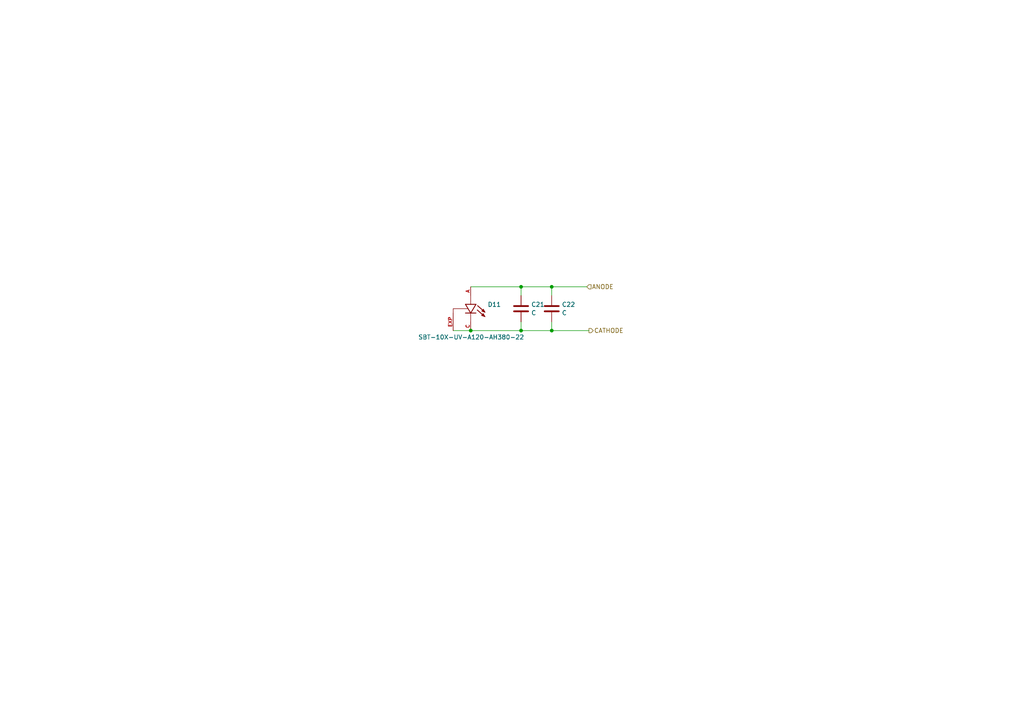
<source format=kicad_sch>
(kicad_sch (version 20230121) (generator eeschema)
  (paper "A4")
  (lib_symbols
    (symbol "Device:C" (pin_numbers hide) (pin_names (offset 0.254))
      (property "Reference" "C" (at 0.635 2.54 0))
      (property "Value" "C" (at 0.635 -2.54 0))
      (symbol "C_0_1"
        (polyline (pts (xy -2.032 -0.762) (xy 2.032 -0.762)) (stroke (width 0.508)))
        (polyline (pts (xy -2.032 0.762) (xy 2.032 0.762)) (stroke (width 0.508)))
      )
      (symbol "C_1_1"
        (pin passive line (at 0 3.81 270) (length 2.794) (name "~") (number "1"))
        (pin passive line (at 0 -3.81 90) (length 2.794) (name "~") (number "2"))
      )
    )
    (symbol "SBT-10X-UV-A120-AH380-22:SBT-10X-UV-A120-AH380-22" (pin_names (offset 1.016))
      (property "Reference" "D" (at -5.08 5.08 0))
      (property "Value" "SBT-10X-UV-A120-AH380-22" (at -5.08 -7.62 0))
      (symbol "SBT-10X-UV-A120-AH380-22_0_0"
        (polyline (pts (xy -2.54 -1.524) (xy 0 0)) (stroke (width 0.254)))
        (polyline (pts (xy -2.54 0) (xy -5.08 0)) (stroke (width 0.1524)))
        (polyline (pts (xy -2.54 0) (xy -2.54 -1.524)) (stroke (width 0.254)))
        (polyline (pts (xy -2.54 1.524) (xy -2.54 0)) (stroke (width 0.254)))
        (polyline (pts (xy -1.27 -5.08) (xy -1.27 -0.7112)) (stroke (width 0.1524)))
        (polyline (pts (xy -0.3556 4.0386) (xy -2.1336 2.0066)) (stroke (width 0.254)))
        (polyline (pts (xy 0 -5.08) (xy -1.27 -5.08)) (stroke (width 0.1524)))
        (polyline (pts (xy 0 0) (xy -2.54 1.524)) (stroke (width 0.254)))
        (polyline (pts (xy 0 0) (xy 0 -1.524)) (stroke (width 0.254)))
        (polyline (pts (xy 0 1.524) (xy 0 0)) (stroke (width 0.254)))
        (polyline (pts (xy 0.889 3.937) (xy -0.889 1.905)) (stroke (width 0.254)))
        (polyline (pts (xy 2.54 0) (xy 0 0)) (stroke (width 0.1524)))
        (polyline (pts (xy -1.143 3.683) (xy -0.5715 3.175) (xy -0.1905 4.191) (xy -1.143 3.683)) (stroke (width 0.1524)) (fill (type outline)))
        (polyline (pts (xy 0.127 3.6195) (xy 0.6985 3.1115) (xy 1.0795 4.191) (xy 0.127 3.6195)) (stroke (width 0.1524)) (fill (type outline)))
        (pin passive line (at -7.62 0 0) (length 2.54) (name "~") (number "A"))
        (pin passive line (at 5.08 0 180) (length 2.54) (name "~") (number "C"))
        (pin passive line (at 5.08 -5.08 180) (length 5.08) (name "~") (number "EXP"))
      )
    )
  )
  (junction (at 151.13 95.885))
  (junction (at 160.02 95.885))
  (junction (at 160.02 83.185))
  (junction (at 136.525 95.885))
  (junction (at 151.13 83.185))
  (wire (pts (xy 160.02 95.885) (xy 170.815 95.885)))
  (wire (pts (xy 151.13 83.185) (xy 160.02 83.185)))
  (wire (pts (xy 160.02 93.345) (xy 160.02 95.885)))
  (wire (pts (xy 136.525 83.185) (xy 151.13 83.185)))
  (wire (pts (xy 136.525 95.885) (xy 151.13 95.885)))
  (wire (pts (xy 151.13 83.185) (xy 151.13 85.725)))
  (wire (pts (xy 160.02 83.185) (xy 160.02 85.725)))
  (wire (pts (xy 151.13 95.885) (xy 160.02 95.885)))
  (wire (pts (xy 151.13 93.345) (xy 151.13 95.885)))
  (wire (pts (xy 131.445 95.885) (xy 136.525 95.885)))
  (wire (pts (xy 160.02 83.185) (xy 170.18 83.185)))
  (hierarchical_label "ANODE" (shape input) (at 170.18 83.185 0))
  (hierarchical_label "CATHODE" (shape output) (at 170.815 95.885 0))
  (symbol (lib_id "SBT-10X-UV-A120-AH380-22:SBT-10X-UV-A120-AH380-22") (at 136.525 90.805 270) (unit 1)
    (property "Reference" "D11" (at 141.4272 88.3229 90) (effects (justify left)))
    (property "Value" "SBT-10X-UV-A120-AH380-22" (at 121.285 97.79 90) (effects (justify left)))
    (property "Footprint" "custom_lib:LED_SBT-10X-UV-A120-AH380-22" (effects hide))
    (property "MF" "Luminus Devices" (effects hide))
    (property "MAXIMUM_PACKAGE_HEIGHT" "1.87mm" (effects hide))
    (property "Package" "None" (effects hide))
    (property "Price" "None" (effects hide))
    (property "Check_prices" "https://www.snapeda.com/parts/SBT-10X-UV-A120-AH380-22/Luminus+Devices/view-part/?ref=eda" (effects hide))
    (property "STANDARD" "Manufacturer Recommendations" (effects hide))
    (property "PARTREV" "01" (effects hide))
    (property "SnapEDA_Link" "https://www.snapeda.com/parts/SBT-10X-UV-A120-AH380-22/Luminus+Devices/view-part/?ref=snap" (effects hide))
    (property "MP" "SBT-10X-UV-A120-AH380-22" (effects hide))
    (property "Description" "\n                        \n                            Ultraviolet (UV) Emitter 385nm, 1.3 W, 3.1V 1.0 A, 120°, 3.5mm x 3.5mm\n                        \n" (effects hide))
    (property "Availability" "In Stock" (effects hide))
    (property "MANUFACTURER" "Luminus Devices" (effects hide))
    (instances (project "uven2-mk3-led-array-100x" (path "" (reference "D11") (unit 1)) (path "" (reference "D20") (unit 1)) (path "" (reference "D19") (unit 1)) (path "" (reference "D18") (unit 1)) (path "" (reference "D17") (unit 1)) (path "" (reference "D16") (unit 1)) (path "" (reference "D15") (unit 1)) (path "" (reference "D14") (unit 1)) (path "" (reference "D13") (unit 1)) (path "" (reference "D12") (unit 1)) (path "" (reference "D1") (unit 1)) (path "" (reference "D10") (unit 1)) (path "" (reference "D9") (unit 1)) (path "" (reference "D8") (unit 1)) (path "" (reference "D7") (unit 1)) (path "" (reference "D6") (unit 1)) (path "" (reference "D5") (unit 1)) (path "" (reference "D4") (unit 1)) (path "" (reference "D3") (unit 1)) (path "" (reference "D2") (unit 1)) (path "" (reference "D21") (unit 1)) (path "" (reference "D22") (unit 1)) (path "" (reference "D23") (unit 1)) (path "" (reference "D24") (unit 1)) (path "" (reference "D25") (unit 1)) (path "" (reference "D26") (unit 1)) (path "" (reference "D27") (unit 1)) (path "" (reference "D28") (unit 1)) (path "" (reference "D29") (unit 1)) (path "" (reference "D30") (unit 1)) (path "" (reference "D31") (unit 1)) (path "" (reference "D32") (unit 1)) (path "" (reference "D33") (unit 1)) (path "" (reference "D34") (unit 1)) (path "" (reference "D35") (unit 1)) (path "" (reference "D36") (unit 1)) (path "" (reference "D37") (unit 1)) (path "" (reference "D38") (unit 1)) (path "" (reference "D39") (unit 1)) (path "" (reference "D40") (unit 1)) (path "" (reference "D41") (unit 1)) (path "" (reference "D42") (unit 1)) (path "" (reference "D43") (unit 1)) (path "" (reference "D44") (unit 1)) (path "" (reference "D45") (unit 1)) (path "" (reference "D46") (unit 1)) (path "" (reference "D47") (unit 1)) (path "" (reference "D48") (unit 1)) (path "" (reference "D49") (unit 1)) (path "" (reference "D50") (unit 1)) (path "" (reference "D51") (unit 1)) (path "" (reference "D52") (unit 1)) (path "" (reference "D53") (unit 1)) (path "" (reference "D54") (unit 1)) (path "" (reference "D55") (unit 1)) (path "" (reference "D56") (unit 1)) (path "" (reference "D57") (unit 1)) (path "" (reference "D58") (unit 1)) (path "" (reference "D59") (unit 1)) (path "" (reference "D60") (unit 1)) (path "" (reference "D61") (unit 1)) (path "" (reference "D62") (unit 1)) (path "" (reference "D63") (unit 1)) (path "" (reference "D64") (unit 1)) (path "" (reference "D65") (unit 1)) (path "" (reference "D66") (unit 1)) (path "" (reference "D67") (unit 1)) (path "" (reference "D68") (unit 1)) (path "" (reference "D69") (unit 1)) (path "" (reference "D70") (unit 1)) (path "" (reference "D71") (unit 1)) (path "" (reference "D72") (unit 1)) (path "" (reference "D73") (unit 1)) (path "" (reference "D74") (unit 1)) (path "" (reference "D75") (unit 1)) (path "" (reference "D76") (unit 1)) (path "" (reference "D77") (unit 1)) (path "" (reference "D78") (unit 1)) (path "" (reference "D79") (unit 1)) (path "" (reference "D80") (unit 1)) (path "" (reference "D81") (unit 1)) (path "" (reference "D82") (unit 1)) (path "" (reference "D83") (unit 1)) (path "" (reference "D84") (unit 1)) (path "" (reference "D85") (unit 1)) (path "" (reference "D86") (unit 1)) (path "" (reference "D87") (unit 1)) (path "" (reference "D88") (unit 1)) (path "" (reference "D89") (unit 1)) (path "" (reference "D90") (unit 1)) (path "" (reference "D91") (unit 1)) (path "" (reference "D92") (unit 1)) (path "" (reference "D93") (unit 1)) (path "" (reference "D94") (unit 1)) (path "" (reference "D95") (unit 1)) (path "" (reference "D96") (unit 1)) (path "" (reference "D97") (unit 1)) (path "" (reference "D98") (unit 1)) (path "" (reference "D99") (unit 1)) (path "" (reference "D100") (unit 1))))
  )
  (symbol (lib_id "Device:C") (at 151.13 89.535 0) (unit 1)
    (property "Reference" "C21" (at 154.051 88.3229 0) (effects (justify left)))
    (property "Value" "C" (at 154.051 90.7471 0) (effects (justify left)))
    (property "Footprint" "Capacitor_SMD:C_0805_2012Metric_Pad1.18x1.45mm_HandSolder" (effects hide))
    (instances (project "uven2-mk3-led-array-100x" (path "" (reference "C21") (unit 1)) (path "" (reference "C39") (unit 1)) (path "" (reference "C37") (unit 1)) (path "" (reference "C35") (unit 1)) (path "" (reference "C33") (unit 1)) (path "" (reference "C31") (unit 1)) (path "" (reference "C29") (unit 1)) (path "" (reference "C27") (unit 1)) (path "" (reference "C25") (unit 1)) (path "" (reference "C23") (unit 1)) (path "" (reference "C1") (unit 1)) (path "" (reference "C19") (unit 1)) (path "" (reference "C17") (unit 1)) (path "" (reference "C15") (unit 1)) (path "" (reference "C13") (unit 1)) (path "" (reference "C11") (unit 1)) (path "" (reference "C9") (unit 1)) (path "" (reference "C7") (unit 1)) (path "" (reference "C5") (unit 1)) (path "" (reference "C3") (unit 1)) (path "" (reference "C41") (unit 1)) (path "" (reference "C43") (unit 1)) (path "" (reference "C45") (unit 1)) (path "" (reference "C47") (unit 1)) (path "" (reference "C49") (unit 1)) (path "" (reference "C51") (unit 1)) (path "" (reference "C53") (unit 1)) (path "" (reference "C55") (unit 1)) (path "" (reference "C57") (unit 1)) (path "" (reference "C59") (unit 1)) (path "" (reference "C61") (unit 1)) (path "" (reference "C63") (unit 1)) (path "" (reference "C65") (unit 1)) (path "" (reference "C67") (unit 1)) (path "" (reference "C69") (unit 1)) (path "" (reference "C71") (unit 1)) (path "" (reference "C73") (unit 1)) (path "" (reference "C75") (unit 1)) (path "" (reference "C77") (unit 1)) (path "" (reference "C79") (unit 1)) (path "" (reference "C81") (unit 1)) (path "" (reference "C83") (unit 1)) (path "" (reference "C85") (unit 1)) (path "" (reference "C87") (unit 1)) (path "" (reference "C89") (unit 1)) (path "" (reference "C91") (unit 1)) (path "" (reference "C93") (unit 1)) (path "" (reference "C95") (unit 1)) (path "" (reference "C97") (unit 1)) (path "" (reference "C99") (unit 1)) (path "" (reference "C101") (unit 1)) (path "" (reference "C103") (unit 1)) (path "" (reference "C105") (unit 1)) (path "" (reference "C107") (unit 1)) (path "" (reference "C109") (unit 1)) (path "" (reference "C111") (unit 1)) (path "" (reference "C113") (unit 1)) (path "" (reference "C115") (unit 1)) (path "" (reference "C117") (unit 1)) (path "" (reference "C119") (unit 1)) (path "" (reference "C121") (unit 1)) (path "" (reference "C123") (unit 1)) (path "" (reference "C125") (unit 1)) (path "" (reference "C127") (unit 1)) (path "" (reference "C129") (unit 1)) (path "" (reference "C131") (unit 1)) (path "" (reference "C133") (unit 1)) (path "" (reference "C135") (unit 1)) (path "" (reference "C137") (unit 1)) (path "" (reference "C139") (unit 1)) (path "" (reference "C141") (unit 1)) (path "" (reference "C143") (unit 1)) (path "" (reference "C145") (unit 1)) (path "" (reference "C147") (unit 1)) (path "" (reference "C149") (unit 1)) (path "" (reference "C151") (unit 1)) (path "" (reference "C153") (unit 1)) (path "" (reference "C155") (unit 1)) (path "" (reference "C157") (unit 1)) (path "" (reference "C159") (unit 1)) (path "" (reference "C161") (unit 1)) (path "" (reference "C163") (unit 1)) (path "" (reference "C165") (unit 1)) (path "" (reference "C167") (unit 1)) (path "" (reference "C169") (unit 1)) (path "" (reference "C171") (unit 1)) (path "" (reference "C173") (unit 1)) (path "" (reference "C175") (unit 1)) (path "" (reference "C177") (unit 1)) (path "" (reference "C179") (unit 1)) (path "" (reference "C181") (unit 1)) (path "" (reference "C183") (unit 1)) (path "" (reference "C185") (unit 1)) (path "" (reference "C187") (unit 1)) (path "" (reference "C189") (unit 1)) (path "" (reference "C191") (unit 1)) (path "" (reference "C193") (unit 1)) (path "" (reference "C195") (unit 1)) (path "" (reference "C197") (unit 1)) (path "" (reference "C199") (unit 1))))
  )
  (symbol (lib_id "Device:C") (at 160.02 89.535 0) (unit 1)
    (property "Reference" "C22" (at 162.941 88.3229 0) (effects (justify left)))
    (property "Value" "C" (at 162.941 90.7471 0) (effects (justify left)))
    (property "Footprint" "Capacitor_SMD:C_1206_3216Metric_Pad1.33x1.80mm_HandSolder" (effects hide))
    (instances (project "uven2-mk3-led-array-100x" (path "" (reference "C22") (unit 1)) (path "" (reference "C40") (unit 1)) (path "" (reference "C38") (unit 1)) (path "" (reference "C36") (unit 1)) (path "" (reference "C34") (unit 1)) (path "" (reference "C32") (unit 1)) (path "" (reference "C30") (unit 1)) (path "" (reference "C28") (unit 1)) (path "" (reference "C26") (unit 1)) (path "" (reference "C24") (unit 1)) (path "" (reference "C2") (unit 1)) (path "" (reference "C20") (unit 1)) (path "" (reference "C18") (unit 1)) (path "" (reference "C16") (unit 1)) (path "" (reference "C14") (unit 1)) (path "" (reference "C12") (unit 1)) (path "" (reference "C10") (unit 1)) (path "" (reference "C8") (unit 1)) (path "" (reference "C6") (unit 1)) (path "" (reference "C4") (unit 1)) (path "" (reference "C42") (unit 1)) (path "" (reference "C44") (unit 1)) (path "" (reference "C46") (unit 1)) (path "" (reference "C48") (unit 1)) (path "" (reference "C50") (unit 1)) (path "" (reference "C52") (unit 1)) (path "" (reference "C54") (unit 1)) (path "" (reference "C56") (unit 1)) (path "" (reference "C58") (unit 1)) (path "" (reference "C60") (unit 1)) (path "" (reference "C62") (unit 1)) (path "" (reference "C64") (unit 1)) (path "" (reference "C66") (unit 1)) (path "" (reference "C68") (unit 1)) (path "" (reference "C70") (unit 1)) (path "" (reference "C72") (unit 1)) (path "" (reference "C74") (unit 1)) (path "" (reference "C76") (unit 1)) (path "" (reference "C78") (unit 1)) (path "" (reference "C80") (unit 1)) (path "" (reference "C82") (unit 1)) (path "" (reference "C84") (unit 1)) (path "" (reference "C86") (unit 1)) (path "" (reference "C88") (unit 1)) (path "" (reference "C90") (unit 1)) (path "" (reference "C92") (unit 1)) (path "" (reference "C94") (unit 1)) (path "" (reference "C96") (unit 1)) (path "" (reference "C98") (unit 1)) (path "" (reference "C100") (unit 1)) (path "" (reference "C102") (unit 1)) (path "" (reference "C104") (unit 1)) (path "" (reference "C106") (unit 1)) (path "" (reference "C108") (unit 1)) (path "" (reference "C110") (unit 1)) (path "" (reference "C112") (unit 1)) (path "" (reference "C114") (unit 1)) (path "" (reference "C116") (unit 1)) (path "" (reference "C118") (unit 1)) (path "" (reference "C120") (unit 1)) (path "" (reference "C122") (unit 1)) (path "" (reference "C124") (unit 1)) (path "" (reference "C126") (unit 1)) (path "" (reference "C128") (unit 1)) (path "" (reference "C130") (unit 1)) (path "" (reference "C132") (unit 1)) (path "" (reference "C134") (unit 1)) (path "" (reference "C136") (unit 1)) (path "" (reference "C138") (unit 1)) (path "" (reference "C140") (unit 1)) (path "" (reference "C142") (unit 1)) (path "" (reference "C144") (unit 1)) (path "" (reference "C146") (unit 1)) (path "" (reference "C148") (unit 1)) (path "" (reference "C150") (unit 1)) (path "" (reference "C152") (unit 1)) (path "" (reference "C154") (unit 1)) (path "" (reference "C156") (unit 1)) (path "" (reference "C158") (unit 1)) (path "" (reference "C160") (unit 1)) (path "" (reference "C162") (unit 1)) (path "" (reference "C164") (unit 1)) (path "" (reference "C166") (unit 1)) (path "" (reference "C168") (unit 1)) (path "" (reference "C170") (unit 1)) (path "" (reference "C172") (unit 1)) (path "" (reference "C174") (unit 1)) (path "" (reference "C176") (unit 1)) (path "" (reference "C178") (unit 1)) (path "" (reference "C180") (unit 1)) (path "" (reference "C182") (unit 1)) (path "" (reference "C184") (unit 1)) (path "" (reference "C186") (unit 1)) (path "" (reference "C188") (unit 1)) (path "" (reference "C190") (unit 1)) (path "" (reference "C192") (unit 1)) (path "" (reference "C194") (unit 1)) (path "" (reference "C196") (unit 1)) (path "" (reference "C198") (unit 1)) (path "" (reference "C200") (unit 1))))
  )
)
</source>
